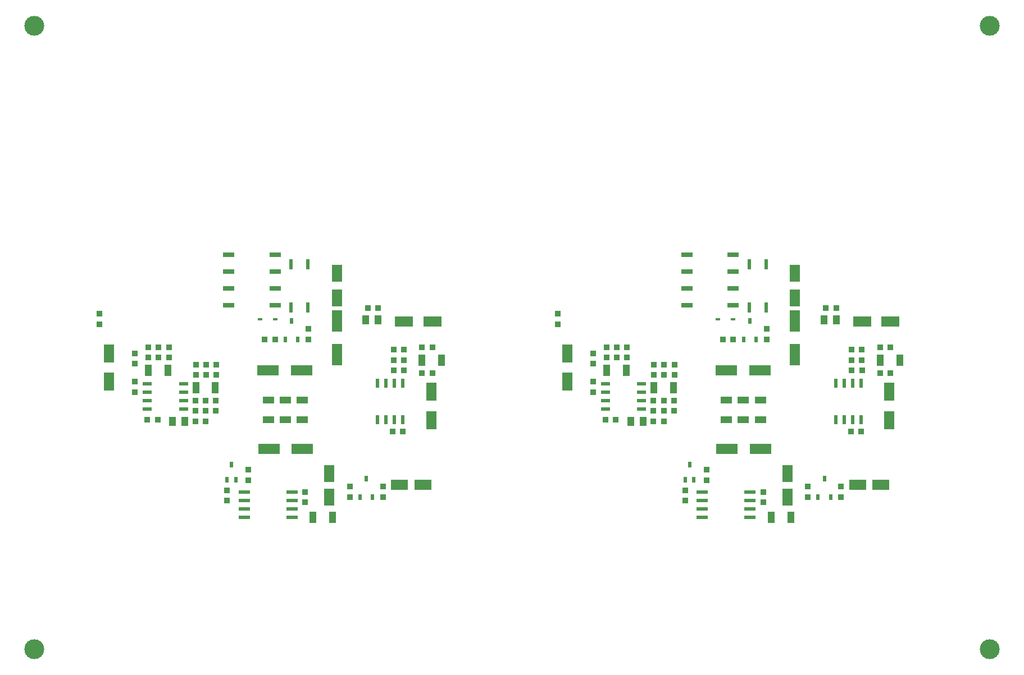
<source format=gtp>
G04*
G04 #@! TF.GenerationSoftware,Altium Limited,Altium Designer,19.1.6 (110)*
G04*
G04 Layer_Color=8421504*
%FSLAX25Y25*%
%MOIN*%
G70*
G01*
G75*
%ADD10C,0.11811*%
%ADD11R,0.06299X0.11024*%
%ADD12R,0.02165X0.03543*%
%ADD13R,0.06299X0.09843*%
%ADD14R,0.09843X0.06299*%
%ADD15R,0.07087X0.02362*%
%ADD16R,0.03740X0.03543*%
%ADD17R,0.04331X0.06890*%
%ADD18R,0.02362X0.03740*%
%ADD19R,0.02362X0.06299*%
%ADD20R,0.07087X0.03150*%
%ADD21R,0.05709X0.02362*%
%ADD22R,0.03543X0.03740*%
%ADD23R,0.12598X0.06299*%
%ADD24R,0.06890X0.04331*%
%ADD25R,0.03150X0.01575*%
%ADD26R,0.06299X0.12598*%
%ADD27R,0.06496X0.09843*%
%ADD28R,0.11024X0.06299*%
%ADD29R,0.03937X0.05512*%
%ADD30R,0.02362X0.05709*%
D10*
X11811Y11811D02*
D03*
X578740Y11811D02*
D03*
Y381890D02*
D03*
X11811Y381890D02*
D03*
D11*
X247391Y164701D02*
D03*
Y147797D02*
D03*
X56151Y170546D02*
D03*
Y187450D02*
D03*
X519261Y164701D02*
D03*
Y147797D02*
D03*
X328021Y170546D02*
D03*
Y187450D02*
D03*
D12*
X128789Y121197D02*
D03*
X131348Y112339D02*
D03*
X126230D02*
D03*
X400659Y121197D02*
D03*
X403218Y112339D02*
D03*
X398100D02*
D03*
D13*
X186860Y102056D02*
D03*
Y116007D02*
D03*
X458730Y102056D02*
D03*
Y116007D02*
D03*
D14*
X228402Y109380D02*
D03*
X242353D02*
D03*
X500272D02*
D03*
X514223D02*
D03*
D15*
X136368Y105075D02*
D03*
Y100075D02*
D03*
Y95075D02*
D03*
Y90075D02*
D03*
X164714Y105075D02*
D03*
Y100075D02*
D03*
Y95075D02*
D03*
Y90075D02*
D03*
X408238Y105075D02*
D03*
Y100075D02*
D03*
Y95075D02*
D03*
Y90075D02*
D03*
X436584Y105075D02*
D03*
Y100075D02*
D03*
Y95075D02*
D03*
Y90075D02*
D03*
D16*
X126230Y100036D02*
D03*
Y106138D02*
D03*
X138828Y118244D02*
D03*
Y112142D02*
D03*
X172490Y105055D02*
D03*
Y98953D02*
D03*
X198960Y102096D02*
D03*
Y108198D02*
D03*
X218645Y102096D02*
D03*
Y108198D02*
D03*
X71558Y181348D02*
D03*
Y187450D02*
D03*
X119537Y153342D02*
D03*
Y159444D02*
D03*
X85580Y185075D02*
D03*
Y191177D02*
D03*
X79478D02*
D03*
Y185075D02*
D03*
X71558Y170546D02*
D03*
Y164444D02*
D03*
X91682Y185075D02*
D03*
Y191177D02*
D03*
X107627Y174740D02*
D03*
Y180842D02*
D03*
X119832D02*
D03*
Y174740D02*
D03*
X113730D02*
D03*
Y180842D02*
D03*
X174458Y195803D02*
D03*
Y201905D02*
D03*
X113435Y159444D02*
D03*
Y153342D02*
D03*
X107332D02*
D03*
Y159444D02*
D03*
X50442Y210862D02*
D03*
Y204760D02*
D03*
X398100Y100036D02*
D03*
Y106138D02*
D03*
X410699Y118244D02*
D03*
Y112142D02*
D03*
X444360Y105055D02*
D03*
Y98953D02*
D03*
X470830Y102096D02*
D03*
Y108198D02*
D03*
X490515Y102096D02*
D03*
Y108198D02*
D03*
X343428Y181348D02*
D03*
Y187450D02*
D03*
X391407Y153342D02*
D03*
Y159444D02*
D03*
X357450Y185075D02*
D03*
Y191177D02*
D03*
X351348D02*
D03*
Y185075D02*
D03*
X343428Y170546D02*
D03*
Y164444D02*
D03*
X363553Y185075D02*
D03*
Y191177D02*
D03*
X379497Y174740D02*
D03*
Y180842D02*
D03*
X391702D02*
D03*
Y174740D02*
D03*
X385600D02*
D03*
Y180842D02*
D03*
X446328Y195803D02*
D03*
Y201905D02*
D03*
X385305Y159444D02*
D03*
Y153342D02*
D03*
X379202D02*
D03*
Y159444D02*
D03*
X322312Y210862D02*
D03*
Y204760D02*
D03*
D17*
X177188Y90075D02*
D03*
X188802D02*
D03*
X91092Y177496D02*
D03*
X79478D02*
D03*
X107627Y167063D02*
D03*
X119241D02*
D03*
X241880Y183402D02*
D03*
X253494D02*
D03*
X449058Y90075D02*
D03*
X460672D02*
D03*
X362962Y177496D02*
D03*
X351348D02*
D03*
X379498Y167063D02*
D03*
X391112D02*
D03*
X513750Y183402D02*
D03*
X525364D02*
D03*
D18*
X208802Y112923D02*
D03*
X212543Y102096D02*
D03*
X205062D02*
D03*
X164517Y206630D02*
D03*
X168257Y195803D02*
D03*
X160777D02*
D03*
X480673Y112923D02*
D03*
X484413Y102096D02*
D03*
X476932D02*
D03*
X436387Y206630D02*
D03*
X440128Y195803D02*
D03*
X432647D02*
D03*
D19*
X164143Y214701D02*
D03*
X174143D02*
D03*
X164143Y240291D02*
D03*
X174143D02*
D03*
X436013Y214701D02*
D03*
X446013D02*
D03*
X436013Y240291D02*
D03*
X446013D02*
D03*
D20*
X127159Y216138D02*
D03*
Y226138D02*
D03*
Y246138D02*
D03*
Y236138D02*
D03*
X154718D02*
D03*
Y246138D02*
D03*
Y226138D02*
D03*
Y216138D02*
D03*
X399029D02*
D03*
Y226138D02*
D03*
Y246138D02*
D03*
Y236138D02*
D03*
X426588D02*
D03*
Y246138D02*
D03*
Y226138D02*
D03*
Y216138D02*
D03*
D21*
X78887Y169445D02*
D03*
Y164445D02*
D03*
Y159445D02*
D03*
Y154445D02*
D03*
X100344Y169445D02*
D03*
Y164445D02*
D03*
Y159445D02*
D03*
Y154445D02*
D03*
X350757Y169445D02*
D03*
Y164445D02*
D03*
Y159445D02*
D03*
Y154445D02*
D03*
X372214Y169445D02*
D03*
Y164445D02*
D03*
Y159445D02*
D03*
Y154445D02*
D03*
D22*
X78887Y147954D02*
D03*
X84990D02*
D03*
X154675Y195803D02*
D03*
X148573D02*
D03*
X215797Y214209D02*
D03*
X209695D02*
D03*
X241880Y191177D02*
D03*
X247982D02*
D03*
X247982Y175626D02*
D03*
X241880D02*
D03*
X224950Y189602D02*
D03*
X231053D02*
D03*
X224950Y183411D02*
D03*
X231053D02*
D03*
X231065Y177210D02*
D03*
X224963D02*
D03*
X230561Y141079D02*
D03*
X224458D02*
D03*
X113434Y147181D02*
D03*
X107332D02*
D03*
X350757Y147954D02*
D03*
X356860D02*
D03*
X426545Y195803D02*
D03*
X420443D02*
D03*
X487667Y214209D02*
D03*
X481565D02*
D03*
X513750Y191177D02*
D03*
X519852D02*
D03*
X519852Y175626D02*
D03*
X513750D02*
D03*
X496820Y189602D02*
D03*
X502923D02*
D03*
X496820Y183411D02*
D03*
X502923D02*
D03*
X502935Y177210D02*
D03*
X496833D02*
D03*
X502431Y141079D02*
D03*
X496328D02*
D03*
X385305Y147181D02*
D03*
X379202D02*
D03*
D23*
X170901Y130842D02*
D03*
X151047D02*
D03*
X150555Y177201D02*
D03*
X170409D02*
D03*
X442771Y130842D02*
D03*
X422917D02*
D03*
X422425Y177201D02*
D03*
X442279D02*
D03*
D24*
X170915Y159681D02*
D03*
Y148067D02*
D03*
X160679Y148067D02*
D03*
Y159681D02*
D03*
X150639Y148067D02*
D03*
Y159681D02*
D03*
X442785Y159681D02*
D03*
Y148067D02*
D03*
X432549Y148067D02*
D03*
Y159681D02*
D03*
X422509Y148067D02*
D03*
Y159681D02*
D03*
D25*
X145620Y207614D02*
D03*
X154675D02*
D03*
X417490D02*
D03*
X426545D02*
D03*
D26*
X191388Y206630D02*
D03*
Y186776D02*
D03*
X463258Y206630D02*
D03*
Y186776D02*
D03*
D27*
X191388Y220213D02*
D03*
Y234976D02*
D03*
X463258Y220213D02*
D03*
Y234976D02*
D03*
D28*
X247969Y206236D02*
D03*
X231065D02*
D03*
X519839D02*
D03*
X502936D02*
D03*
D29*
X208528Y207220D02*
D03*
X215812D02*
D03*
X101101Y147181D02*
D03*
X93817D02*
D03*
X480399Y207220D02*
D03*
X487682D02*
D03*
X372971Y147181D02*
D03*
X365687D02*
D03*
D30*
X215580Y148165D02*
D03*
X220580D02*
D03*
X225580D02*
D03*
X230580D02*
D03*
X215580Y169622D02*
D03*
X220580D02*
D03*
X225580D02*
D03*
X230580D02*
D03*
X487451Y148165D02*
D03*
X492451D02*
D03*
X497450D02*
D03*
X502451D02*
D03*
X487451Y169622D02*
D03*
X492451D02*
D03*
X497450D02*
D03*
X502451D02*
D03*
M02*

</source>
